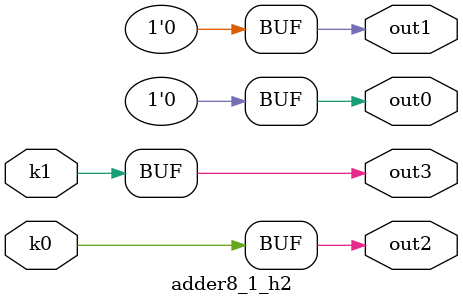
<source format=v>
module adder8_1(pi0, pi1, pi2, pi3, pi4, pi5, pi6, po0, po1, po2, po3);
input pi0, pi1, pi2, pi3, pi4, pi5, pi6;
output po0, po1, po2, po3;
wire k0, k1;
adder8_1_w2 DUT1 (pi0, pi1, pi2, pi3, pi4, pi5, pi6, k0, k1);
adder8_1_h2 DUT2 (k0, k1, po0, po1, po2, po3);
endmodule

module adder8_1_w2(in6, in5, in4, in3, in2, in1, in0, k1, k0);
input in6, in5, in4, in3, in2, in1, in0;
output k1, k0;
assign k0 =   ((in5 ^ in2) & ((in6 & (in3 | ~in0)) | (in3 & ~in0))) | (((~in3 & in0) | (~in6 & (~in3 | in0))) & (~in5 ^ in2));
assign k1 =   in6 ? (~in3 ^ in0) : (in3 ^ in0);
endmodule

module adder8_1_h2(k1, k0, out3, out2, out1, out0);
input k1, k0;
output out3, out2, out1, out0;
assign out0 = 0;
assign out1 = 0;
assign out2 = k0;
assign out3 = k1;
endmodule

</source>
